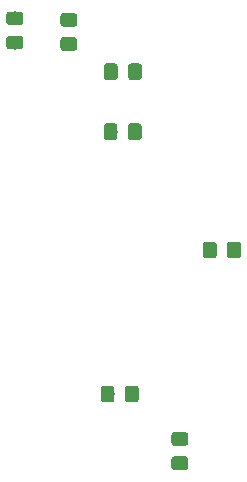
<source format=gbr>
G04 #@! TF.GenerationSoftware,KiCad,Pcbnew,5.0.2+dfsg1-1*
G04 #@! TF.CreationDate,2019-08-29T13:22:36-03:00*
G04 #@! TF.ProjectId,teclado_contador_geiger,7465636c-6164-46f5-9f63-6f6e7461646f,rev?*
G04 #@! TF.SameCoordinates,Original*
G04 #@! TF.FileFunction,Paste,Bot*
G04 #@! TF.FilePolarity,Positive*
%FSLAX46Y46*%
G04 Gerber Fmt 4.6, Leading zero omitted, Abs format (unit mm)*
G04 Created by KiCad (PCBNEW 5.0.2+dfsg1-1) date jue 29 ago 2019 13:22:36 -03*
%MOMM*%
%LPD*%
G01*
G04 APERTURE LIST*
%ADD10C,0.100000*%
%ADD11C,1.150000*%
G04 APERTURE END LIST*
D10*
G04 #@! TO.C,R3*
G36*
X140321505Y-65747604D02*
X140345773Y-65751204D01*
X140369572Y-65757165D01*
X140392671Y-65765430D01*
X140414850Y-65775920D01*
X140435893Y-65788532D01*
X140455599Y-65803147D01*
X140473777Y-65819623D01*
X140490253Y-65837801D01*
X140504868Y-65857507D01*
X140517480Y-65878550D01*
X140527970Y-65900729D01*
X140536235Y-65923828D01*
X140542196Y-65947627D01*
X140545796Y-65971895D01*
X140547000Y-65996399D01*
X140547000Y-66896401D01*
X140545796Y-66920905D01*
X140542196Y-66945173D01*
X140536235Y-66968972D01*
X140527970Y-66992071D01*
X140517480Y-67014250D01*
X140504868Y-67035293D01*
X140490253Y-67054999D01*
X140473777Y-67073177D01*
X140455599Y-67089653D01*
X140435893Y-67104268D01*
X140414850Y-67116880D01*
X140392671Y-67127370D01*
X140369572Y-67135635D01*
X140345773Y-67141596D01*
X140321505Y-67145196D01*
X140297001Y-67146400D01*
X139646999Y-67146400D01*
X139622495Y-67145196D01*
X139598227Y-67141596D01*
X139574428Y-67135635D01*
X139551329Y-67127370D01*
X139529150Y-67116880D01*
X139508107Y-67104268D01*
X139488401Y-67089653D01*
X139470223Y-67073177D01*
X139453747Y-67054999D01*
X139439132Y-67035293D01*
X139426520Y-67014250D01*
X139416030Y-66992071D01*
X139407765Y-66968972D01*
X139401804Y-66945173D01*
X139398204Y-66920905D01*
X139397000Y-66896401D01*
X139397000Y-65996399D01*
X139398204Y-65971895D01*
X139401804Y-65947627D01*
X139407765Y-65923828D01*
X139416030Y-65900729D01*
X139426520Y-65878550D01*
X139439132Y-65857507D01*
X139453747Y-65837801D01*
X139470223Y-65819623D01*
X139488401Y-65803147D01*
X139508107Y-65788532D01*
X139529150Y-65775920D01*
X139551329Y-65765430D01*
X139574428Y-65757165D01*
X139598227Y-65751204D01*
X139622495Y-65747604D01*
X139646999Y-65746400D01*
X140297001Y-65746400D01*
X140321505Y-65747604D01*
X140321505Y-65747604D01*
G37*
D11*
X139972000Y-66446400D03*
D10*
G36*
X138271505Y-65747604D02*
X138295773Y-65751204D01*
X138319572Y-65757165D01*
X138342671Y-65765430D01*
X138364850Y-65775920D01*
X138385893Y-65788532D01*
X138405599Y-65803147D01*
X138423777Y-65819623D01*
X138440253Y-65837801D01*
X138454868Y-65857507D01*
X138467480Y-65878550D01*
X138477970Y-65900729D01*
X138486235Y-65923828D01*
X138492196Y-65947627D01*
X138495796Y-65971895D01*
X138497000Y-65996399D01*
X138497000Y-66896401D01*
X138495796Y-66920905D01*
X138492196Y-66945173D01*
X138486235Y-66968972D01*
X138477970Y-66992071D01*
X138467480Y-67014250D01*
X138454868Y-67035293D01*
X138440253Y-67054999D01*
X138423777Y-67073177D01*
X138405599Y-67089653D01*
X138385893Y-67104268D01*
X138364850Y-67116880D01*
X138342671Y-67127370D01*
X138319572Y-67135635D01*
X138295773Y-67141596D01*
X138271505Y-67145196D01*
X138247001Y-67146400D01*
X137596999Y-67146400D01*
X137572495Y-67145196D01*
X137548227Y-67141596D01*
X137524428Y-67135635D01*
X137501329Y-67127370D01*
X137479150Y-67116880D01*
X137458107Y-67104268D01*
X137438401Y-67089653D01*
X137420223Y-67073177D01*
X137403747Y-67054999D01*
X137389132Y-67035293D01*
X137376520Y-67014250D01*
X137366030Y-66992071D01*
X137357765Y-66968972D01*
X137351804Y-66945173D01*
X137348204Y-66920905D01*
X137347000Y-66896401D01*
X137347000Y-65996399D01*
X137348204Y-65971895D01*
X137351804Y-65947627D01*
X137357765Y-65923828D01*
X137366030Y-65900729D01*
X137376520Y-65878550D01*
X137389132Y-65857507D01*
X137403747Y-65837801D01*
X137420223Y-65819623D01*
X137438401Y-65803147D01*
X137458107Y-65788532D01*
X137479150Y-65775920D01*
X137501329Y-65765430D01*
X137524428Y-65757165D01*
X137548227Y-65751204D01*
X137572495Y-65747604D01*
X137596999Y-65746400D01*
X138247001Y-65746400D01*
X138271505Y-65747604D01*
X138271505Y-65747604D01*
G37*
D11*
X137922000Y-66446400D03*
G04 #@! TD*
D10*
G04 #@! TO.C,R1*
G36*
X146653505Y-80835204D02*
X146677773Y-80838804D01*
X146701572Y-80844765D01*
X146724671Y-80853030D01*
X146746850Y-80863520D01*
X146767893Y-80876132D01*
X146787599Y-80890747D01*
X146805777Y-80907223D01*
X146822253Y-80925401D01*
X146836868Y-80945107D01*
X146849480Y-80966150D01*
X146859970Y-80988329D01*
X146868235Y-81011428D01*
X146874196Y-81035227D01*
X146877796Y-81059495D01*
X146879000Y-81083999D01*
X146879000Y-81984001D01*
X146877796Y-82008505D01*
X146874196Y-82032773D01*
X146868235Y-82056572D01*
X146859970Y-82079671D01*
X146849480Y-82101850D01*
X146836868Y-82122893D01*
X146822253Y-82142599D01*
X146805777Y-82160777D01*
X146787599Y-82177253D01*
X146767893Y-82191868D01*
X146746850Y-82204480D01*
X146724671Y-82214970D01*
X146701572Y-82223235D01*
X146677773Y-82229196D01*
X146653505Y-82232796D01*
X146629001Y-82234000D01*
X145978999Y-82234000D01*
X145954495Y-82232796D01*
X145930227Y-82229196D01*
X145906428Y-82223235D01*
X145883329Y-82214970D01*
X145861150Y-82204480D01*
X145840107Y-82191868D01*
X145820401Y-82177253D01*
X145802223Y-82160777D01*
X145785747Y-82142599D01*
X145771132Y-82122893D01*
X145758520Y-82101850D01*
X145748030Y-82079671D01*
X145739765Y-82056572D01*
X145733804Y-82032773D01*
X145730204Y-82008505D01*
X145729000Y-81984001D01*
X145729000Y-81083999D01*
X145730204Y-81059495D01*
X145733804Y-81035227D01*
X145739765Y-81011428D01*
X145748030Y-80988329D01*
X145758520Y-80966150D01*
X145771132Y-80945107D01*
X145785747Y-80925401D01*
X145802223Y-80907223D01*
X145820401Y-80890747D01*
X145840107Y-80876132D01*
X145861150Y-80863520D01*
X145883329Y-80853030D01*
X145906428Y-80844765D01*
X145930227Y-80838804D01*
X145954495Y-80835204D01*
X145978999Y-80834000D01*
X146629001Y-80834000D01*
X146653505Y-80835204D01*
X146653505Y-80835204D01*
G37*
D11*
X146304000Y-81534000D03*
D10*
G36*
X148703505Y-80835204D02*
X148727773Y-80838804D01*
X148751572Y-80844765D01*
X148774671Y-80853030D01*
X148796850Y-80863520D01*
X148817893Y-80876132D01*
X148837599Y-80890747D01*
X148855777Y-80907223D01*
X148872253Y-80925401D01*
X148886868Y-80945107D01*
X148899480Y-80966150D01*
X148909970Y-80988329D01*
X148918235Y-81011428D01*
X148924196Y-81035227D01*
X148927796Y-81059495D01*
X148929000Y-81083999D01*
X148929000Y-81984001D01*
X148927796Y-82008505D01*
X148924196Y-82032773D01*
X148918235Y-82056572D01*
X148909970Y-82079671D01*
X148899480Y-82101850D01*
X148886868Y-82122893D01*
X148872253Y-82142599D01*
X148855777Y-82160777D01*
X148837599Y-82177253D01*
X148817893Y-82191868D01*
X148796850Y-82204480D01*
X148774671Y-82214970D01*
X148751572Y-82223235D01*
X148727773Y-82229196D01*
X148703505Y-82232796D01*
X148679001Y-82234000D01*
X148028999Y-82234000D01*
X148004495Y-82232796D01*
X147980227Y-82229196D01*
X147956428Y-82223235D01*
X147933329Y-82214970D01*
X147911150Y-82204480D01*
X147890107Y-82191868D01*
X147870401Y-82177253D01*
X147852223Y-82160777D01*
X147835747Y-82142599D01*
X147821132Y-82122893D01*
X147808520Y-82101850D01*
X147798030Y-82079671D01*
X147789765Y-82056572D01*
X147783804Y-82032773D01*
X147780204Y-82008505D01*
X147779000Y-81984001D01*
X147779000Y-81083999D01*
X147780204Y-81059495D01*
X147783804Y-81035227D01*
X147789765Y-81011428D01*
X147798030Y-80988329D01*
X147808520Y-80966150D01*
X147821132Y-80945107D01*
X147835747Y-80925401D01*
X147852223Y-80907223D01*
X147870401Y-80890747D01*
X147890107Y-80876132D01*
X147911150Y-80863520D01*
X147933329Y-80853030D01*
X147956428Y-80844765D01*
X147980227Y-80838804D01*
X148004495Y-80835204D01*
X148028999Y-80834000D01*
X148679001Y-80834000D01*
X148703505Y-80835204D01*
X148703505Y-80835204D01*
G37*
D11*
X148354000Y-81534000D03*
G04 #@! TD*
D10*
G04 #@! TO.C,R2*
G36*
X140312505Y-70827604D02*
X140336773Y-70831204D01*
X140360572Y-70837165D01*
X140383671Y-70845430D01*
X140405850Y-70855920D01*
X140426893Y-70868532D01*
X140446599Y-70883147D01*
X140464777Y-70899623D01*
X140481253Y-70917801D01*
X140495868Y-70937507D01*
X140508480Y-70958550D01*
X140518970Y-70980729D01*
X140527235Y-71003828D01*
X140533196Y-71027627D01*
X140536796Y-71051895D01*
X140538000Y-71076399D01*
X140538000Y-71976401D01*
X140536796Y-72000905D01*
X140533196Y-72025173D01*
X140527235Y-72048972D01*
X140518970Y-72072071D01*
X140508480Y-72094250D01*
X140495868Y-72115293D01*
X140481253Y-72134999D01*
X140464777Y-72153177D01*
X140446599Y-72169653D01*
X140426893Y-72184268D01*
X140405850Y-72196880D01*
X140383671Y-72207370D01*
X140360572Y-72215635D01*
X140336773Y-72221596D01*
X140312505Y-72225196D01*
X140288001Y-72226400D01*
X139637999Y-72226400D01*
X139613495Y-72225196D01*
X139589227Y-72221596D01*
X139565428Y-72215635D01*
X139542329Y-72207370D01*
X139520150Y-72196880D01*
X139499107Y-72184268D01*
X139479401Y-72169653D01*
X139461223Y-72153177D01*
X139444747Y-72134999D01*
X139430132Y-72115293D01*
X139417520Y-72094250D01*
X139407030Y-72072071D01*
X139398765Y-72048972D01*
X139392804Y-72025173D01*
X139389204Y-72000905D01*
X139388000Y-71976401D01*
X139388000Y-71076399D01*
X139389204Y-71051895D01*
X139392804Y-71027627D01*
X139398765Y-71003828D01*
X139407030Y-70980729D01*
X139417520Y-70958550D01*
X139430132Y-70937507D01*
X139444747Y-70917801D01*
X139461223Y-70899623D01*
X139479401Y-70883147D01*
X139499107Y-70868532D01*
X139520150Y-70855920D01*
X139542329Y-70845430D01*
X139565428Y-70837165D01*
X139589227Y-70831204D01*
X139613495Y-70827604D01*
X139637999Y-70826400D01*
X140288001Y-70826400D01*
X140312505Y-70827604D01*
X140312505Y-70827604D01*
G37*
D11*
X139963000Y-71526400D03*
D10*
G36*
X138262505Y-70827604D02*
X138286773Y-70831204D01*
X138310572Y-70837165D01*
X138333671Y-70845430D01*
X138355850Y-70855920D01*
X138376893Y-70868532D01*
X138396599Y-70883147D01*
X138414777Y-70899623D01*
X138431253Y-70917801D01*
X138445868Y-70937507D01*
X138458480Y-70958550D01*
X138468970Y-70980729D01*
X138477235Y-71003828D01*
X138483196Y-71027627D01*
X138486796Y-71051895D01*
X138488000Y-71076399D01*
X138488000Y-71976401D01*
X138486796Y-72000905D01*
X138483196Y-72025173D01*
X138477235Y-72048972D01*
X138468970Y-72072071D01*
X138458480Y-72094250D01*
X138445868Y-72115293D01*
X138431253Y-72134999D01*
X138414777Y-72153177D01*
X138396599Y-72169653D01*
X138376893Y-72184268D01*
X138355850Y-72196880D01*
X138333671Y-72207370D01*
X138310572Y-72215635D01*
X138286773Y-72221596D01*
X138262505Y-72225196D01*
X138238001Y-72226400D01*
X137587999Y-72226400D01*
X137563495Y-72225196D01*
X137539227Y-72221596D01*
X137515428Y-72215635D01*
X137492329Y-72207370D01*
X137470150Y-72196880D01*
X137449107Y-72184268D01*
X137429401Y-72169653D01*
X137411223Y-72153177D01*
X137394747Y-72134999D01*
X137380132Y-72115293D01*
X137367520Y-72094250D01*
X137357030Y-72072071D01*
X137348765Y-72048972D01*
X137342804Y-72025173D01*
X137339204Y-72000905D01*
X137338000Y-71976401D01*
X137338000Y-71076399D01*
X137339204Y-71051895D01*
X137342804Y-71027627D01*
X137348765Y-71003828D01*
X137357030Y-70980729D01*
X137367520Y-70958550D01*
X137380132Y-70937507D01*
X137394747Y-70917801D01*
X137411223Y-70899623D01*
X137429401Y-70883147D01*
X137449107Y-70868532D01*
X137470150Y-70855920D01*
X137492329Y-70845430D01*
X137515428Y-70837165D01*
X137539227Y-70831204D01*
X137563495Y-70827604D01*
X137587999Y-70826400D01*
X138238001Y-70826400D01*
X138262505Y-70827604D01*
X138262505Y-70827604D01*
G37*
D11*
X137913000Y-71526400D03*
G04 #@! TD*
D10*
G04 #@! TO.C,R4*
G36*
X134840505Y-63530204D02*
X134864773Y-63533804D01*
X134888572Y-63539765D01*
X134911671Y-63548030D01*
X134933850Y-63558520D01*
X134954893Y-63571132D01*
X134974599Y-63585747D01*
X134992777Y-63602223D01*
X135009253Y-63620401D01*
X135023868Y-63640107D01*
X135036480Y-63661150D01*
X135046970Y-63683329D01*
X135055235Y-63706428D01*
X135061196Y-63730227D01*
X135064796Y-63754495D01*
X135066000Y-63778999D01*
X135066000Y-64429001D01*
X135064796Y-64453505D01*
X135061196Y-64477773D01*
X135055235Y-64501572D01*
X135046970Y-64524671D01*
X135036480Y-64546850D01*
X135023868Y-64567893D01*
X135009253Y-64587599D01*
X134992777Y-64605777D01*
X134974599Y-64622253D01*
X134954893Y-64636868D01*
X134933850Y-64649480D01*
X134911671Y-64659970D01*
X134888572Y-64668235D01*
X134864773Y-64674196D01*
X134840505Y-64677796D01*
X134816001Y-64679000D01*
X133915999Y-64679000D01*
X133891495Y-64677796D01*
X133867227Y-64674196D01*
X133843428Y-64668235D01*
X133820329Y-64659970D01*
X133798150Y-64649480D01*
X133777107Y-64636868D01*
X133757401Y-64622253D01*
X133739223Y-64605777D01*
X133722747Y-64587599D01*
X133708132Y-64567893D01*
X133695520Y-64546850D01*
X133685030Y-64524671D01*
X133676765Y-64501572D01*
X133670804Y-64477773D01*
X133667204Y-64453505D01*
X133666000Y-64429001D01*
X133666000Y-63778999D01*
X133667204Y-63754495D01*
X133670804Y-63730227D01*
X133676765Y-63706428D01*
X133685030Y-63683329D01*
X133695520Y-63661150D01*
X133708132Y-63640107D01*
X133722747Y-63620401D01*
X133739223Y-63602223D01*
X133757401Y-63585747D01*
X133777107Y-63571132D01*
X133798150Y-63558520D01*
X133820329Y-63548030D01*
X133843428Y-63539765D01*
X133867227Y-63533804D01*
X133891495Y-63530204D01*
X133915999Y-63529000D01*
X134816001Y-63529000D01*
X134840505Y-63530204D01*
X134840505Y-63530204D01*
G37*
D11*
X134366000Y-64104000D03*
D10*
G36*
X134840505Y-61480204D02*
X134864773Y-61483804D01*
X134888572Y-61489765D01*
X134911671Y-61498030D01*
X134933850Y-61508520D01*
X134954893Y-61521132D01*
X134974599Y-61535747D01*
X134992777Y-61552223D01*
X135009253Y-61570401D01*
X135023868Y-61590107D01*
X135036480Y-61611150D01*
X135046970Y-61633329D01*
X135055235Y-61656428D01*
X135061196Y-61680227D01*
X135064796Y-61704495D01*
X135066000Y-61728999D01*
X135066000Y-62379001D01*
X135064796Y-62403505D01*
X135061196Y-62427773D01*
X135055235Y-62451572D01*
X135046970Y-62474671D01*
X135036480Y-62496850D01*
X135023868Y-62517893D01*
X135009253Y-62537599D01*
X134992777Y-62555777D01*
X134974599Y-62572253D01*
X134954893Y-62586868D01*
X134933850Y-62599480D01*
X134911671Y-62609970D01*
X134888572Y-62618235D01*
X134864773Y-62624196D01*
X134840505Y-62627796D01*
X134816001Y-62629000D01*
X133915999Y-62629000D01*
X133891495Y-62627796D01*
X133867227Y-62624196D01*
X133843428Y-62618235D01*
X133820329Y-62609970D01*
X133798150Y-62599480D01*
X133777107Y-62586868D01*
X133757401Y-62572253D01*
X133739223Y-62555777D01*
X133722747Y-62537599D01*
X133708132Y-62517893D01*
X133695520Y-62496850D01*
X133685030Y-62474671D01*
X133676765Y-62451572D01*
X133670804Y-62427773D01*
X133667204Y-62403505D01*
X133666000Y-62379001D01*
X133666000Y-61728999D01*
X133667204Y-61704495D01*
X133670804Y-61680227D01*
X133676765Y-61656428D01*
X133685030Y-61633329D01*
X133695520Y-61611150D01*
X133708132Y-61590107D01*
X133722747Y-61570401D01*
X133739223Y-61552223D01*
X133757401Y-61535747D01*
X133777107Y-61521132D01*
X133798150Y-61508520D01*
X133820329Y-61498030D01*
X133843428Y-61489765D01*
X133867227Y-61483804D01*
X133891495Y-61480204D01*
X133915999Y-61479000D01*
X134816001Y-61479000D01*
X134840505Y-61480204D01*
X134840505Y-61480204D01*
G37*
D11*
X134366000Y-62054000D03*
G04 #@! TD*
D10*
G04 #@! TO.C,R5*
G36*
X130268505Y-63401404D02*
X130292773Y-63405004D01*
X130316572Y-63410965D01*
X130339671Y-63419230D01*
X130361850Y-63429720D01*
X130382893Y-63442332D01*
X130402599Y-63456947D01*
X130420777Y-63473423D01*
X130437253Y-63491601D01*
X130451868Y-63511307D01*
X130464480Y-63532350D01*
X130474970Y-63554529D01*
X130483235Y-63577628D01*
X130489196Y-63601427D01*
X130492796Y-63625695D01*
X130494000Y-63650199D01*
X130494000Y-64300201D01*
X130492796Y-64324705D01*
X130489196Y-64348973D01*
X130483235Y-64372772D01*
X130474970Y-64395871D01*
X130464480Y-64418050D01*
X130451868Y-64439093D01*
X130437253Y-64458799D01*
X130420777Y-64476977D01*
X130402599Y-64493453D01*
X130382893Y-64508068D01*
X130361850Y-64520680D01*
X130339671Y-64531170D01*
X130316572Y-64539435D01*
X130292773Y-64545396D01*
X130268505Y-64548996D01*
X130244001Y-64550200D01*
X129343999Y-64550200D01*
X129319495Y-64548996D01*
X129295227Y-64545396D01*
X129271428Y-64539435D01*
X129248329Y-64531170D01*
X129226150Y-64520680D01*
X129205107Y-64508068D01*
X129185401Y-64493453D01*
X129167223Y-64476977D01*
X129150747Y-64458799D01*
X129136132Y-64439093D01*
X129123520Y-64418050D01*
X129113030Y-64395871D01*
X129104765Y-64372772D01*
X129098804Y-64348973D01*
X129095204Y-64324705D01*
X129094000Y-64300201D01*
X129094000Y-63650199D01*
X129095204Y-63625695D01*
X129098804Y-63601427D01*
X129104765Y-63577628D01*
X129113030Y-63554529D01*
X129123520Y-63532350D01*
X129136132Y-63511307D01*
X129150747Y-63491601D01*
X129167223Y-63473423D01*
X129185401Y-63456947D01*
X129205107Y-63442332D01*
X129226150Y-63429720D01*
X129248329Y-63419230D01*
X129271428Y-63410965D01*
X129295227Y-63405004D01*
X129319495Y-63401404D01*
X129343999Y-63400200D01*
X130244001Y-63400200D01*
X130268505Y-63401404D01*
X130268505Y-63401404D01*
G37*
D11*
X129794000Y-63975200D03*
D10*
G36*
X130268505Y-61351404D02*
X130292773Y-61355004D01*
X130316572Y-61360965D01*
X130339671Y-61369230D01*
X130361850Y-61379720D01*
X130382893Y-61392332D01*
X130402599Y-61406947D01*
X130420777Y-61423423D01*
X130437253Y-61441601D01*
X130451868Y-61461307D01*
X130464480Y-61482350D01*
X130474970Y-61504529D01*
X130483235Y-61527628D01*
X130489196Y-61551427D01*
X130492796Y-61575695D01*
X130494000Y-61600199D01*
X130494000Y-62250201D01*
X130492796Y-62274705D01*
X130489196Y-62298973D01*
X130483235Y-62322772D01*
X130474970Y-62345871D01*
X130464480Y-62368050D01*
X130451868Y-62389093D01*
X130437253Y-62408799D01*
X130420777Y-62426977D01*
X130402599Y-62443453D01*
X130382893Y-62458068D01*
X130361850Y-62470680D01*
X130339671Y-62481170D01*
X130316572Y-62489435D01*
X130292773Y-62495396D01*
X130268505Y-62498996D01*
X130244001Y-62500200D01*
X129343999Y-62500200D01*
X129319495Y-62498996D01*
X129295227Y-62495396D01*
X129271428Y-62489435D01*
X129248329Y-62481170D01*
X129226150Y-62470680D01*
X129205107Y-62458068D01*
X129185401Y-62443453D01*
X129167223Y-62426977D01*
X129150747Y-62408799D01*
X129136132Y-62389093D01*
X129123520Y-62368050D01*
X129113030Y-62345871D01*
X129104765Y-62322772D01*
X129098804Y-62298973D01*
X129095204Y-62274705D01*
X129094000Y-62250201D01*
X129094000Y-61600199D01*
X129095204Y-61575695D01*
X129098804Y-61551427D01*
X129104765Y-61527628D01*
X129113030Y-61504529D01*
X129123520Y-61482350D01*
X129136132Y-61461307D01*
X129150747Y-61441601D01*
X129167223Y-61423423D01*
X129185401Y-61406947D01*
X129205107Y-61392332D01*
X129226150Y-61379720D01*
X129248329Y-61369230D01*
X129271428Y-61360965D01*
X129295227Y-61355004D01*
X129319495Y-61351404D01*
X129343999Y-61350200D01*
X130244001Y-61350200D01*
X130268505Y-61351404D01*
X130268505Y-61351404D01*
G37*
D11*
X129794000Y-61925200D03*
G04 #@! TD*
D10*
G04 #@! TO.C,R6*
G36*
X140058505Y-93027204D02*
X140082773Y-93030804D01*
X140106572Y-93036765D01*
X140129671Y-93045030D01*
X140151850Y-93055520D01*
X140172893Y-93068132D01*
X140192599Y-93082747D01*
X140210777Y-93099223D01*
X140227253Y-93117401D01*
X140241868Y-93137107D01*
X140254480Y-93158150D01*
X140264970Y-93180329D01*
X140273235Y-93203428D01*
X140279196Y-93227227D01*
X140282796Y-93251495D01*
X140284000Y-93275999D01*
X140284000Y-94176001D01*
X140282796Y-94200505D01*
X140279196Y-94224773D01*
X140273235Y-94248572D01*
X140264970Y-94271671D01*
X140254480Y-94293850D01*
X140241868Y-94314893D01*
X140227253Y-94334599D01*
X140210777Y-94352777D01*
X140192599Y-94369253D01*
X140172893Y-94383868D01*
X140151850Y-94396480D01*
X140129671Y-94406970D01*
X140106572Y-94415235D01*
X140082773Y-94421196D01*
X140058505Y-94424796D01*
X140034001Y-94426000D01*
X139383999Y-94426000D01*
X139359495Y-94424796D01*
X139335227Y-94421196D01*
X139311428Y-94415235D01*
X139288329Y-94406970D01*
X139266150Y-94396480D01*
X139245107Y-94383868D01*
X139225401Y-94369253D01*
X139207223Y-94352777D01*
X139190747Y-94334599D01*
X139176132Y-94314893D01*
X139163520Y-94293850D01*
X139153030Y-94271671D01*
X139144765Y-94248572D01*
X139138804Y-94224773D01*
X139135204Y-94200505D01*
X139134000Y-94176001D01*
X139134000Y-93275999D01*
X139135204Y-93251495D01*
X139138804Y-93227227D01*
X139144765Y-93203428D01*
X139153030Y-93180329D01*
X139163520Y-93158150D01*
X139176132Y-93137107D01*
X139190747Y-93117401D01*
X139207223Y-93099223D01*
X139225401Y-93082747D01*
X139245107Y-93068132D01*
X139266150Y-93055520D01*
X139288329Y-93045030D01*
X139311428Y-93036765D01*
X139335227Y-93030804D01*
X139359495Y-93027204D01*
X139383999Y-93026000D01*
X140034001Y-93026000D01*
X140058505Y-93027204D01*
X140058505Y-93027204D01*
G37*
D11*
X139709000Y-93726000D03*
D10*
G36*
X138008505Y-93027204D02*
X138032773Y-93030804D01*
X138056572Y-93036765D01*
X138079671Y-93045030D01*
X138101850Y-93055520D01*
X138122893Y-93068132D01*
X138142599Y-93082747D01*
X138160777Y-93099223D01*
X138177253Y-93117401D01*
X138191868Y-93137107D01*
X138204480Y-93158150D01*
X138214970Y-93180329D01*
X138223235Y-93203428D01*
X138229196Y-93227227D01*
X138232796Y-93251495D01*
X138234000Y-93275999D01*
X138234000Y-94176001D01*
X138232796Y-94200505D01*
X138229196Y-94224773D01*
X138223235Y-94248572D01*
X138214970Y-94271671D01*
X138204480Y-94293850D01*
X138191868Y-94314893D01*
X138177253Y-94334599D01*
X138160777Y-94352777D01*
X138142599Y-94369253D01*
X138122893Y-94383868D01*
X138101850Y-94396480D01*
X138079671Y-94406970D01*
X138056572Y-94415235D01*
X138032773Y-94421196D01*
X138008505Y-94424796D01*
X137984001Y-94426000D01*
X137333999Y-94426000D01*
X137309495Y-94424796D01*
X137285227Y-94421196D01*
X137261428Y-94415235D01*
X137238329Y-94406970D01*
X137216150Y-94396480D01*
X137195107Y-94383868D01*
X137175401Y-94369253D01*
X137157223Y-94352777D01*
X137140747Y-94334599D01*
X137126132Y-94314893D01*
X137113520Y-94293850D01*
X137103030Y-94271671D01*
X137094765Y-94248572D01*
X137088804Y-94224773D01*
X137085204Y-94200505D01*
X137084000Y-94176001D01*
X137084000Y-93275999D01*
X137085204Y-93251495D01*
X137088804Y-93227227D01*
X137094765Y-93203428D01*
X137103030Y-93180329D01*
X137113520Y-93158150D01*
X137126132Y-93137107D01*
X137140747Y-93117401D01*
X137157223Y-93099223D01*
X137175401Y-93082747D01*
X137195107Y-93068132D01*
X137216150Y-93055520D01*
X137238329Y-93045030D01*
X137261428Y-93036765D01*
X137285227Y-93030804D01*
X137309495Y-93027204D01*
X137333999Y-93026000D01*
X137984001Y-93026000D01*
X138008505Y-93027204D01*
X138008505Y-93027204D01*
G37*
D11*
X137659000Y-93726000D03*
G04 #@! TD*
D10*
G04 #@! TO.C,R7*
G36*
X144238505Y-99012204D02*
X144262773Y-99015804D01*
X144286572Y-99021765D01*
X144309671Y-99030030D01*
X144331850Y-99040520D01*
X144352893Y-99053132D01*
X144372599Y-99067747D01*
X144390777Y-99084223D01*
X144407253Y-99102401D01*
X144421868Y-99122107D01*
X144434480Y-99143150D01*
X144444970Y-99165329D01*
X144453235Y-99188428D01*
X144459196Y-99212227D01*
X144462796Y-99236495D01*
X144464000Y-99260999D01*
X144464000Y-99911001D01*
X144462796Y-99935505D01*
X144459196Y-99959773D01*
X144453235Y-99983572D01*
X144444970Y-100006671D01*
X144434480Y-100028850D01*
X144421868Y-100049893D01*
X144407253Y-100069599D01*
X144390777Y-100087777D01*
X144372599Y-100104253D01*
X144352893Y-100118868D01*
X144331850Y-100131480D01*
X144309671Y-100141970D01*
X144286572Y-100150235D01*
X144262773Y-100156196D01*
X144238505Y-100159796D01*
X144214001Y-100161000D01*
X143313999Y-100161000D01*
X143289495Y-100159796D01*
X143265227Y-100156196D01*
X143241428Y-100150235D01*
X143218329Y-100141970D01*
X143196150Y-100131480D01*
X143175107Y-100118868D01*
X143155401Y-100104253D01*
X143137223Y-100087777D01*
X143120747Y-100069599D01*
X143106132Y-100049893D01*
X143093520Y-100028850D01*
X143083030Y-100006671D01*
X143074765Y-99983572D01*
X143068804Y-99959773D01*
X143065204Y-99935505D01*
X143064000Y-99911001D01*
X143064000Y-99260999D01*
X143065204Y-99236495D01*
X143068804Y-99212227D01*
X143074765Y-99188428D01*
X143083030Y-99165329D01*
X143093520Y-99143150D01*
X143106132Y-99122107D01*
X143120747Y-99102401D01*
X143137223Y-99084223D01*
X143155401Y-99067747D01*
X143175107Y-99053132D01*
X143196150Y-99040520D01*
X143218329Y-99030030D01*
X143241428Y-99021765D01*
X143265227Y-99015804D01*
X143289495Y-99012204D01*
X143313999Y-99011000D01*
X144214001Y-99011000D01*
X144238505Y-99012204D01*
X144238505Y-99012204D01*
G37*
D11*
X143764000Y-99586000D03*
D10*
G36*
X144238505Y-96962204D02*
X144262773Y-96965804D01*
X144286572Y-96971765D01*
X144309671Y-96980030D01*
X144331850Y-96990520D01*
X144352893Y-97003132D01*
X144372599Y-97017747D01*
X144390777Y-97034223D01*
X144407253Y-97052401D01*
X144421868Y-97072107D01*
X144434480Y-97093150D01*
X144444970Y-97115329D01*
X144453235Y-97138428D01*
X144459196Y-97162227D01*
X144462796Y-97186495D01*
X144464000Y-97210999D01*
X144464000Y-97861001D01*
X144462796Y-97885505D01*
X144459196Y-97909773D01*
X144453235Y-97933572D01*
X144444970Y-97956671D01*
X144434480Y-97978850D01*
X144421868Y-97999893D01*
X144407253Y-98019599D01*
X144390777Y-98037777D01*
X144372599Y-98054253D01*
X144352893Y-98068868D01*
X144331850Y-98081480D01*
X144309671Y-98091970D01*
X144286572Y-98100235D01*
X144262773Y-98106196D01*
X144238505Y-98109796D01*
X144214001Y-98111000D01*
X143313999Y-98111000D01*
X143289495Y-98109796D01*
X143265227Y-98106196D01*
X143241428Y-98100235D01*
X143218329Y-98091970D01*
X143196150Y-98081480D01*
X143175107Y-98068868D01*
X143155401Y-98054253D01*
X143137223Y-98037777D01*
X143120747Y-98019599D01*
X143106132Y-97999893D01*
X143093520Y-97978850D01*
X143083030Y-97956671D01*
X143074765Y-97933572D01*
X143068804Y-97909773D01*
X143065204Y-97885505D01*
X143064000Y-97861001D01*
X143064000Y-97210999D01*
X143065204Y-97186495D01*
X143068804Y-97162227D01*
X143074765Y-97138428D01*
X143083030Y-97115329D01*
X143093520Y-97093150D01*
X143106132Y-97072107D01*
X143120747Y-97052401D01*
X143137223Y-97034223D01*
X143155401Y-97017747D01*
X143175107Y-97003132D01*
X143196150Y-96990520D01*
X143218329Y-96980030D01*
X143241428Y-96971765D01*
X143265227Y-96965804D01*
X143289495Y-96962204D01*
X143313999Y-96961000D01*
X144214001Y-96961000D01*
X144238505Y-96962204D01*
X144238505Y-96962204D01*
G37*
D11*
X143764000Y-97536000D03*
G04 #@! TD*
M02*

</source>
